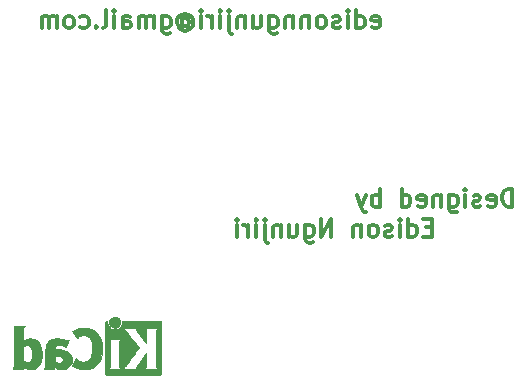
<source format=gbr>
%TF.GenerationSoftware,KiCad,Pcbnew,(5.1.6)-1*%
%TF.CreationDate,2021-10-30T11:54:59+03:00*%
%TF.ProjectId,POWER_SUPPLY,504f5745-525f-4535-9550-504c592e6b69,rev?*%
%TF.SameCoordinates,Original*%
%TF.FileFunction,Legend,Bot*%
%TF.FilePolarity,Positive*%
%FSLAX46Y46*%
G04 Gerber Fmt 4.6, Leading zero omitted, Abs format (unit mm)*
G04 Created by KiCad (PCBNEW (5.1.6)-1) date 2021-10-30 11:54:59*
%MOMM*%
%LPD*%
G01*
G04 APERTURE LIST*
%ADD10C,0.300000*%
%ADD11C,0.010000*%
G04 APERTURE END LIST*
D10*
X90993785Y-88199042D02*
X91136642Y-88270471D01*
X91422357Y-88270471D01*
X91565214Y-88199042D01*
X91636642Y-88056185D01*
X91636642Y-87484757D01*
X91565214Y-87341900D01*
X91422357Y-87270471D01*
X91136642Y-87270471D01*
X90993785Y-87341900D01*
X90922357Y-87484757D01*
X90922357Y-87627614D01*
X91636642Y-87770471D01*
X89636642Y-88270471D02*
X89636642Y-86770471D01*
X89636642Y-88199042D02*
X89779500Y-88270471D01*
X90065214Y-88270471D01*
X90208071Y-88199042D01*
X90279500Y-88127614D01*
X90350928Y-87984757D01*
X90350928Y-87556185D01*
X90279500Y-87413328D01*
X90208071Y-87341900D01*
X90065214Y-87270471D01*
X89779500Y-87270471D01*
X89636642Y-87341900D01*
X88922357Y-88270471D02*
X88922357Y-87270471D01*
X88922357Y-86770471D02*
X88993785Y-86841900D01*
X88922357Y-86913328D01*
X88850928Y-86841900D01*
X88922357Y-86770471D01*
X88922357Y-86913328D01*
X88279500Y-88199042D02*
X88136642Y-88270471D01*
X87850928Y-88270471D01*
X87708071Y-88199042D01*
X87636642Y-88056185D01*
X87636642Y-87984757D01*
X87708071Y-87841900D01*
X87850928Y-87770471D01*
X88065214Y-87770471D01*
X88208071Y-87699042D01*
X88279500Y-87556185D01*
X88279500Y-87484757D01*
X88208071Y-87341900D01*
X88065214Y-87270471D01*
X87850928Y-87270471D01*
X87708071Y-87341900D01*
X86779500Y-88270471D02*
X86922357Y-88199042D01*
X86993785Y-88127614D01*
X87065214Y-87984757D01*
X87065214Y-87556185D01*
X86993785Y-87413328D01*
X86922357Y-87341900D01*
X86779500Y-87270471D01*
X86565214Y-87270471D01*
X86422357Y-87341900D01*
X86350928Y-87413328D01*
X86279500Y-87556185D01*
X86279500Y-87984757D01*
X86350928Y-88127614D01*
X86422357Y-88199042D01*
X86565214Y-88270471D01*
X86779500Y-88270471D01*
X85636642Y-87270471D02*
X85636642Y-88270471D01*
X85636642Y-87413328D02*
X85565214Y-87341900D01*
X85422357Y-87270471D01*
X85208071Y-87270471D01*
X85065214Y-87341900D01*
X84993785Y-87484757D01*
X84993785Y-88270471D01*
X84279500Y-87270471D02*
X84279500Y-88270471D01*
X84279500Y-87413328D02*
X84208071Y-87341900D01*
X84065214Y-87270471D01*
X83850928Y-87270471D01*
X83708071Y-87341900D01*
X83636642Y-87484757D01*
X83636642Y-88270471D01*
X82279500Y-87270471D02*
X82279500Y-88484757D01*
X82350928Y-88627614D01*
X82422357Y-88699042D01*
X82565214Y-88770471D01*
X82779500Y-88770471D01*
X82922357Y-88699042D01*
X82279500Y-88199042D02*
X82422357Y-88270471D01*
X82708071Y-88270471D01*
X82850928Y-88199042D01*
X82922357Y-88127614D01*
X82993785Y-87984757D01*
X82993785Y-87556185D01*
X82922357Y-87413328D01*
X82850928Y-87341900D01*
X82708071Y-87270471D01*
X82422357Y-87270471D01*
X82279500Y-87341900D01*
X80922357Y-87270471D02*
X80922357Y-88270471D01*
X81565214Y-87270471D02*
X81565214Y-88056185D01*
X81493785Y-88199042D01*
X81350928Y-88270471D01*
X81136642Y-88270471D01*
X80993785Y-88199042D01*
X80922357Y-88127614D01*
X80208071Y-87270471D02*
X80208071Y-88270471D01*
X80208071Y-87413328D02*
X80136642Y-87341900D01*
X79993785Y-87270471D01*
X79779500Y-87270471D01*
X79636642Y-87341900D01*
X79565214Y-87484757D01*
X79565214Y-88270471D01*
X78850928Y-87270471D02*
X78850928Y-88556185D01*
X78922357Y-88699042D01*
X79065214Y-88770471D01*
X79136642Y-88770471D01*
X78850928Y-86770471D02*
X78922357Y-86841900D01*
X78850928Y-86913328D01*
X78779500Y-86841900D01*
X78850928Y-86770471D01*
X78850928Y-86913328D01*
X78136642Y-88270471D02*
X78136642Y-87270471D01*
X78136642Y-86770471D02*
X78208071Y-86841900D01*
X78136642Y-86913328D01*
X78065214Y-86841900D01*
X78136642Y-86770471D01*
X78136642Y-86913328D01*
X77422357Y-88270471D02*
X77422357Y-87270471D01*
X77422357Y-87556185D02*
X77350928Y-87413328D01*
X77279500Y-87341900D01*
X77136642Y-87270471D01*
X76993785Y-87270471D01*
X76493785Y-88270471D02*
X76493785Y-87270471D01*
X76493785Y-86770471D02*
X76565214Y-86841900D01*
X76493785Y-86913328D01*
X76422357Y-86841900D01*
X76493785Y-86770471D01*
X76493785Y-86913328D01*
X74850928Y-87556185D02*
X74922357Y-87484757D01*
X75065214Y-87413328D01*
X75208071Y-87413328D01*
X75350928Y-87484757D01*
X75422357Y-87556185D01*
X75493785Y-87699042D01*
X75493785Y-87841900D01*
X75422357Y-87984757D01*
X75350928Y-88056185D01*
X75208071Y-88127614D01*
X75065214Y-88127614D01*
X74922357Y-88056185D01*
X74850928Y-87984757D01*
X74850928Y-87413328D02*
X74850928Y-87984757D01*
X74779500Y-88056185D01*
X74708071Y-88056185D01*
X74565214Y-87984757D01*
X74493785Y-87841900D01*
X74493785Y-87484757D01*
X74636642Y-87270471D01*
X74850928Y-87127614D01*
X75136642Y-87056185D01*
X75422357Y-87127614D01*
X75636642Y-87270471D01*
X75779500Y-87484757D01*
X75850928Y-87770471D01*
X75779500Y-88056185D01*
X75636642Y-88270471D01*
X75422357Y-88413328D01*
X75136642Y-88484757D01*
X74850928Y-88413328D01*
X74636642Y-88270471D01*
X73208071Y-87270471D02*
X73208071Y-88484757D01*
X73279500Y-88627614D01*
X73350928Y-88699042D01*
X73493785Y-88770471D01*
X73708071Y-88770471D01*
X73850928Y-88699042D01*
X73208071Y-88199042D02*
X73350928Y-88270471D01*
X73636642Y-88270471D01*
X73779500Y-88199042D01*
X73850928Y-88127614D01*
X73922357Y-87984757D01*
X73922357Y-87556185D01*
X73850928Y-87413328D01*
X73779500Y-87341900D01*
X73636642Y-87270471D01*
X73350928Y-87270471D01*
X73208071Y-87341900D01*
X72493785Y-88270471D02*
X72493785Y-87270471D01*
X72493785Y-87413328D02*
X72422357Y-87341900D01*
X72279500Y-87270471D01*
X72065214Y-87270471D01*
X71922357Y-87341900D01*
X71850928Y-87484757D01*
X71850928Y-88270471D01*
X71850928Y-87484757D02*
X71779500Y-87341900D01*
X71636642Y-87270471D01*
X71422357Y-87270471D01*
X71279500Y-87341900D01*
X71208071Y-87484757D01*
X71208071Y-88270471D01*
X69850928Y-88270471D02*
X69850928Y-87484757D01*
X69922357Y-87341900D01*
X70065214Y-87270471D01*
X70350928Y-87270471D01*
X70493785Y-87341900D01*
X69850928Y-88199042D02*
X69993785Y-88270471D01*
X70350928Y-88270471D01*
X70493785Y-88199042D01*
X70565214Y-88056185D01*
X70565214Y-87913328D01*
X70493785Y-87770471D01*
X70350928Y-87699042D01*
X69993785Y-87699042D01*
X69850928Y-87627614D01*
X69136642Y-88270471D02*
X69136642Y-87270471D01*
X69136642Y-86770471D02*
X69208071Y-86841900D01*
X69136642Y-86913328D01*
X69065214Y-86841900D01*
X69136642Y-86770471D01*
X69136642Y-86913328D01*
X68208071Y-88270471D02*
X68350928Y-88199042D01*
X68422357Y-88056185D01*
X68422357Y-86770471D01*
X67636642Y-88127614D02*
X67565214Y-88199042D01*
X67636642Y-88270471D01*
X67708071Y-88199042D01*
X67636642Y-88127614D01*
X67636642Y-88270471D01*
X66279500Y-88199042D02*
X66422357Y-88270471D01*
X66708071Y-88270471D01*
X66850928Y-88199042D01*
X66922357Y-88127614D01*
X66993785Y-87984757D01*
X66993785Y-87556185D01*
X66922357Y-87413328D01*
X66850928Y-87341900D01*
X66708071Y-87270471D01*
X66422357Y-87270471D01*
X66279500Y-87341900D01*
X65422357Y-88270471D02*
X65565214Y-88199042D01*
X65636642Y-88127614D01*
X65708071Y-87984757D01*
X65708071Y-87556185D01*
X65636642Y-87413328D01*
X65565214Y-87341900D01*
X65422357Y-87270471D01*
X65208071Y-87270471D01*
X65065214Y-87341900D01*
X64993785Y-87413328D01*
X64922357Y-87556185D01*
X64922357Y-87984757D01*
X64993785Y-88127614D01*
X65065214Y-88199042D01*
X65208071Y-88270471D01*
X65422357Y-88270471D01*
X64279500Y-88270471D02*
X64279500Y-87270471D01*
X64279500Y-87413328D02*
X64208071Y-87341900D01*
X64065214Y-87270471D01*
X63850928Y-87270471D01*
X63708071Y-87341900D01*
X63636642Y-87484757D01*
X63636642Y-88270471D01*
X63636642Y-87484757D02*
X63565214Y-87341900D01*
X63422357Y-87270471D01*
X63208071Y-87270471D01*
X63065214Y-87341900D01*
X62993785Y-87484757D01*
X62993785Y-88270471D01*
X102854828Y-103378471D02*
X102854828Y-101878471D01*
X102497685Y-101878471D01*
X102283400Y-101949900D01*
X102140542Y-102092757D01*
X102069114Y-102235614D01*
X101997685Y-102521328D01*
X101997685Y-102735614D01*
X102069114Y-103021328D01*
X102140542Y-103164185D01*
X102283400Y-103307042D01*
X102497685Y-103378471D01*
X102854828Y-103378471D01*
X100783400Y-103307042D02*
X100926257Y-103378471D01*
X101211971Y-103378471D01*
X101354828Y-103307042D01*
X101426257Y-103164185D01*
X101426257Y-102592757D01*
X101354828Y-102449900D01*
X101211971Y-102378471D01*
X100926257Y-102378471D01*
X100783400Y-102449900D01*
X100711971Y-102592757D01*
X100711971Y-102735614D01*
X101426257Y-102878471D01*
X100140542Y-103307042D02*
X99997685Y-103378471D01*
X99711971Y-103378471D01*
X99569114Y-103307042D01*
X99497685Y-103164185D01*
X99497685Y-103092757D01*
X99569114Y-102949900D01*
X99711971Y-102878471D01*
X99926257Y-102878471D01*
X100069114Y-102807042D01*
X100140542Y-102664185D01*
X100140542Y-102592757D01*
X100069114Y-102449900D01*
X99926257Y-102378471D01*
X99711971Y-102378471D01*
X99569114Y-102449900D01*
X98854828Y-103378471D02*
X98854828Y-102378471D01*
X98854828Y-101878471D02*
X98926257Y-101949900D01*
X98854828Y-102021328D01*
X98783400Y-101949900D01*
X98854828Y-101878471D01*
X98854828Y-102021328D01*
X97497685Y-102378471D02*
X97497685Y-103592757D01*
X97569114Y-103735614D01*
X97640542Y-103807042D01*
X97783400Y-103878471D01*
X97997685Y-103878471D01*
X98140542Y-103807042D01*
X97497685Y-103307042D02*
X97640542Y-103378471D01*
X97926257Y-103378471D01*
X98069114Y-103307042D01*
X98140542Y-103235614D01*
X98211971Y-103092757D01*
X98211971Y-102664185D01*
X98140542Y-102521328D01*
X98069114Y-102449900D01*
X97926257Y-102378471D01*
X97640542Y-102378471D01*
X97497685Y-102449900D01*
X96783400Y-102378471D02*
X96783400Y-103378471D01*
X96783400Y-102521328D02*
X96711971Y-102449900D01*
X96569114Y-102378471D01*
X96354828Y-102378471D01*
X96211971Y-102449900D01*
X96140542Y-102592757D01*
X96140542Y-103378471D01*
X94854828Y-103307042D02*
X94997685Y-103378471D01*
X95283400Y-103378471D01*
X95426257Y-103307042D01*
X95497685Y-103164185D01*
X95497685Y-102592757D01*
X95426257Y-102449900D01*
X95283400Y-102378471D01*
X94997685Y-102378471D01*
X94854828Y-102449900D01*
X94783400Y-102592757D01*
X94783400Y-102735614D01*
X95497685Y-102878471D01*
X93497685Y-103378471D02*
X93497685Y-101878471D01*
X93497685Y-103307042D02*
X93640542Y-103378471D01*
X93926257Y-103378471D01*
X94069114Y-103307042D01*
X94140542Y-103235614D01*
X94211971Y-103092757D01*
X94211971Y-102664185D01*
X94140542Y-102521328D01*
X94069114Y-102449900D01*
X93926257Y-102378471D01*
X93640542Y-102378471D01*
X93497685Y-102449900D01*
X91640542Y-103378471D02*
X91640542Y-101878471D01*
X91640542Y-102449900D02*
X91497685Y-102378471D01*
X91211971Y-102378471D01*
X91069114Y-102449900D01*
X90997685Y-102521328D01*
X90926257Y-102664185D01*
X90926257Y-103092757D01*
X90997685Y-103235614D01*
X91069114Y-103307042D01*
X91211971Y-103378471D01*
X91497685Y-103378471D01*
X91640542Y-103307042D01*
X90426257Y-102378471D02*
X90069114Y-103378471D01*
X89711971Y-102378471D02*
X90069114Y-103378471D01*
X90211971Y-103735614D01*
X90283400Y-103807042D01*
X90426257Y-103878471D01*
X96033400Y-105142757D02*
X95533400Y-105142757D01*
X95319114Y-105928471D02*
X96033400Y-105928471D01*
X96033400Y-104428471D01*
X95319114Y-104428471D01*
X94033400Y-105928471D02*
X94033400Y-104428471D01*
X94033400Y-105857042D02*
X94176257Y-105928471D01*
X94461971Y-105928471D01*
X94604828Y-105857042D01*
X94676257Y-105785614D01*
X94747685Y-105642757D01*
X94747685Y-105214185D01*
X94676257Y-105071328D01*
X94604828Y-104999900D01*
X94461971Y-104928471D01*
X94176257Y-104928471D01*
X94033400Y-104999900D01*
X93319114Y-105928471D02*
X93319114Y-104928471D01*
X93319114Y-104428471D02*
X93390542Y-104499900D01*
X93319114Y-104571328D01*
X93247685Y-104499900D01*
X93319114Y-104428471D01*
X93319114Y-104571328D01*
X92676257Y-105857042D02*
X92533400Y-105928471D01*
X92247685Y-105928471D01*
X92104828Y-105857042D01*
X92033400Y-105714185D01*
X92033400Y-105642757D01*
X92104828Y-105499900D01*
X92247685Y-105428471D01*
X92461971Y-105428471D01*
X92604828Y-105357042D01*
X92676257Y-105214185D01*
X92676257Y-105142757D01*
X92604828Y-104999900D01*
X92461971Y-104928471D01*
X92247685Y-104928471D01*
X92104828Y-104999900D01*
X91176257Y-105928471D02*
X91319114Y-105857042D01*
X91390542Y-105785614D01*
X91461971Y-105642757D01*
X91461971Y-105214185D01*
X91390542Y-105071328D01*
X91319114Y-104999900D01*
X91176257Y-104928471D01*
X90961971Y-104928471D01*
X90819114Y-104999900D01*
X90747685Y-105071328D01*
X90676257Y-105214185D01*
X90676257Y-105642757D01*
X90747685Y-105785614D01*
X90819114Y-105857042D01*
X90961971Y-105928471D01*
X91176257Y-105928471D01*
X90033400Y-104928471D02*
X90033400Y-105928471D01*
X90033400Y-105071328D02*
X89961971Y-104999900D01*
X89819114Y-104928471D01*
X89604828Y-104928471D01*
X89461971Y-104999900D01*
X89390542Y-105142757D01*
X89390542Y-105928471D01*
X87533400Y-105928471D02*
X87533400Y-104428471D01*
X86676257Y-105928471D01*
X86676257Y-104428471D01*
X85319114Y-104928471D02*
X85319114Y-106142757D01*
X85390542Y-106285614D01*
X85461971Y-106357042D01*
X85604828Y-106428471D01*
X85819114Y-106428471D01*
X85961971Y-106357042D01*
X85319114Y-105857042D02*
X85461971Y-105928471D01*
X85747685Y-105928471D01*
X85890542Y-105857042D01*
X85961971Y-105785614D01*
X86033400Y-105642757D01*
X86033400Y-105214185D01*
X85961971Y-105071328D01*
X85890542Y-104999900D01*
X85747685Y-104928471D01*
X85461971Y-104928471D01*
X85319114Y-104999900D01*
X83961971Y-104928471D02*
X83961971Y-105928471D01*
X84604828Y-104928471D02*
X84604828Y-105714185D01*
X84533400Y-105857042D01*
X84390542Y-105928471D01*
X84176257Y-105928471D01*
X84033400Y-105857042D01*
X83961971Y-105785614D01*
X83247685Y-104928471D02*
X83247685Y-105928471D01*
X83247685Y-105071328D02*
X83176257Y-104999900D01*
X83033400Y-104928471D01*
X82819114Y-104928471D01*
X82676257Y-104999900D01*
X82604828Y-105142757D01*
X82604828Y-105928471D01*
X81890542Y-104928471D02*
X81890542Y-106214185D01*
X81961971Y-106357042D01*
X82104828Y-106428471D01*
X82176257Y-106428471D01*
X81890542Y-104428471D02*
X81961971Y-104499900D01*
X81890542Y-104571328D01*
X81819114Y-104499900D01*
X81890542Y-104428471D01*
X81890542Y-104571328D01*
X81176257Y-105928471D02*
X81176257Y-104928471D01*
X81176257Y-104428471D02*
X81247685Y-104499900D01*
X81176257Y-104571328D01*
X81104828Y-104499900D01*
X81176257Y-104428471D01*
X81176257Y-104571328D01*
X80461971Y-105928471D02*
X80461971Y-104928471D01*
X80461971Y-105214185D02*
X80390542Y-105071328D01*
X80319114Y-104999900D01*
X80176257Y-104928471D01*
X80033400Y-104928471D01*
X79533400Y-105928471D02*
X79533400Y-104928471D01*
X79533400Y-104428471D02*
X79604828Y-104499900D01*
X79533400Y-104571328D01*
X79461971Y-104499900D01*
X79533400Y-104428471D01*
X79533400Y-104571328D01*
D11*
%TO.C,REF\u002A\u002A*%
G36*
X69773800Y-113173354D02*
G01*
X69762935Y-113287293D01*
X69731318Y-113394916D01*
X69680415Y-113493915D01*
X69611693Y-113581984D01*
X69526619Y-113656816D01*
X69429632Y-113714684D01*
X69323364Y-113754305D01*
X69216350Y-113772873D01*
X69110700Y-113771734D01*
X69008525Y-113752230D01*
X68911934Y-113715706D01*
X68823038Y-113663505D01*
X68743946Y-113596973D01*
X68676769Y-113517452D01*
X68623617Y-113426287D01*
X68586599Y-113324823D01*
X68567827Y-113214402D01*
X68565889Y-113164506D01*
X68565889Y-113076567D01*
X68513960Y-113076567D01*
X68477653Y-113079411D01*
X68450755Y-113091211D01*
X68423649Y-113114949D01*
X68385267Y-113153331D01*
X68385267Y-115344902D01*
X68385276Y-115607039D01*
X68385308Y-115847541D01*
X68385372Y-116067348D01*
X68385476Y-116267401D01*
X68385627Y-116448644D01*
X68385834Y-116612016D01*
X68386106Y-116758460D01*
X68386450Y-116888917D01*
X68386874Y-117004329D01*
X68387387Y-117105638D01*
X68387997Y-117193784D01*
X68388712Y-117269710D01*
X68389540Y-117334357D01*
X68390489Y-117388667D01*
X68391567Y-117433580D01*
X68392783Y-117470040D01*
X68394145Y-117498987D01*
X68395661Y-117521363D01*
X68397338Y-117538109D01*
X68399186Y-117550168D01*
X68401213Y-117558480D01*
X68403425Y-117563987D01*
X68404508Y-117565837D01*
X68408671Y-117572849D01*
X68412205Y-117579296D01*
X68416035Y-117585200D01*
X68421082Y-117590586D01*
X68428271Y-117595478D01*
X68438523Y-117599898D01*
X68452764Y-117603872D01*
X68471914Y-117607421D01*
X68496899Y-117610570D01*
X68528640Y-117613342D01*
X68568062Y-117615761D01*
X68616086Y-117617851D01*
X68673637Y-117619635D01*
X68741637Y-117621137D01*
X68821010Y-117622380D01*
X68912679Y-117623389D01*
X69017566Y-117624185D01*
X69136596Y-117624794D01*
X69270690Y-117625239D01*
X69420773Y-117625543D01*
X69587767Y-117625730D01*
X69772596Y-117625824D01*
X69976183Y-117625848D01*
X70199450Y-117625825D01*
X70443322Y-117625780D01*
X70708721Y-117625737D01*
X70747104Y-117625732D01*
X71014082Y-117625689D01*
X71259402Y-117625618D01*
X71483983Y-117625513D01*
X71688745Y-117625366D01*
X71874606Y-117625169D01*
X72042488Y-117624916D01*
X72193308Y-117624600D01*
X72327987Y-117624213D01*
X72447444Y-117623747D01*
X72552599Y-117623197D01*
X72644371Y-117622553D01*
X72723679Y-117621811D01*
X72791443Y-117620961D01*
X72848582Y-117619997D01*
X72896017Y-117618911D01*
X72934666Y-117617697D01*
X72965449Y-117616347D01*
X72989285Y-117614855D01*
X73007094Y-117613211D01*
X73019795Y-117611411D01*
X73028308Y-117609445D01*
X73032666Y-117607777D01*
X73041128Y-117604206D01*
X73048897Y-117601570D01*
X73056002Y-117598934D01*
X73062473Y-117595362D01*
X73068339Y-117589921D01*
X73073629Y-117581675D01*
X73078374Y-117569690D01*
X73082602Y-117553031D01*
X73086343Y-117530763D01*
X73089627Y-117501952D01*
X73092483Y-117465663D01*
X73094940Y-117420961D01*
X73097029Y-117366911D01*
X73098778Y-117302579D01*
X73100217Y-117227030D01*
X73101376Y-117139330D01*
X73102283Y-117038543D01*
X73102969Y-116923734D01*
X73103463Y-116793970D01*
X73103795Y-116648315D01*
X73103993Y-116485835D01*
X73104087Y-116305595D01*
X73104108Y-116106660D01*
X73104085Y-115888096D01*
X73104046Y-115648968D01*
X73104022Y-115388340D01*
X73104022Y-115346189D01*
X73104036Y-115083292D01*
X73104061Y-114842032D01*
X73104071Y-114621465D01*
X73104042Y-114420652D01*
X73103948Y-114238649D01*
X73103762Y-114074516D01*
X73103459Y-113927311D01*
X73103014Y-113796092D01*
X73102434Y-113686167D01*
X72799597Y-113686167D01*
X72759807Y-113744011D01*
X72748636Y-113759779D01*
X72738566Y-113773741D01*
X72729538Y-113787084D01*
X72721497Y-113800993D01*
X72714386Y-113816656D01*
X72708147Y-113835258D01*
X72702725Y-113857986D01*
X72698062Y-113886027D01*
X72694101Y-113920567D01*
X72690785Y-113962792D01*
X72688059Y-114013889D01*
X72685864Y-114075044D01*
X72684145Y-114147444D01*
X72682844Y-114232275D01*
X72681905Y-114330722D01*
X72681270Y-114443974D01*
X72680884Y-114573216D01*
X72680688Y-114719634D01*
X72680627Y-114884416D01*
X72680643Y-115068747D01*
X72680680Y-115273813D01*
X72680689Y-115396433D01*
X72680665Y-115613382D01*
X72680631Y-115808942D01*
X72680643Y-115984299D01*
X72680758Y-116140641D01*
X72681030Y-116279157D01*
X72681518Y-116401034D01*
X72682276Y-116507460D01*
X72683362Y-116599622D01*
X72684831Y-116678709D01*
X72686740Y-116745908D01*
X72689144Y-116802407D01*
X72692101Y-116849393D01*
X72695666Y-116888055D01*
X72699895Y-116919580D01*
X72704846Y-116945155D01*
X72710573Y-116965970D01*
X72717133Y-116983211D01*
X72724583Y-116998065D01*
X72732979Y-117011722D01*
X72742376Y-117025369D01*
X72752832Y-117040193D01*
X72758923Y-117049083D01*
X72797696Y-117106700D01*
X72266132Y-117106700D01*
X72142883Y-117106665D01*
X72040387Y-117106515D01*
X71956820Y-117106178D01*
X71890356Y-117105586D01*
X71839171Y-117104667D01*
X71801441Y-117103351D01*
X71775340Y-117101569D01*
X71759044Y-117099251D01*
X71750728Y-117096326D01*
X71748568Y-117092724D01*
X71750739Y-117088375D01*
X71751935Y-117086945D01*
X71777085Y-117049873D01*
X71802983Y-116997072D01*
X71826592Y-116935070D01*
X71834861Y-116908657D01*
X71839478Y-116890716D01*
X71843379Y-116869655D01*
X71846648Y-116843389D01*
X71849366Y-116809832D01*
X71851615Y-116766899D01*
X71853477Y-116712504D01*
X71855036Y-116644562D01*
X71856372Y-116560988D01*
X71857569Y-116459695D01*
X71858708Y-116338600D01*
X71859085Y-116293900D01*
X71860102Y-116168749D01*
X71860860Y-116064382D01*
X71861303Y-115979007D01*
X71861370Y-115910833D01*
X71861005Y-115858065D01*
X71860148Y-115818914D01*
X71858741Y-115791585D01*
X71856725Y-115774286D01*
X71854043Y-115765226D01*
X71850636Y-115762612D01*
X71846444Y-115764651D01*
X71841971Y-115768967D01*
X71831616Y-115781902D01*
X71809558Y-115810976D01*
X71777357Y-115854059D01*
X71736574Y-115909018D01*
X71688770Y-115973723D01*
X71635505Y-116046042D01*
X71578340Y-116123844D01*
X71518837Y-116204998D01*
X71458555Y-116287372D01*
X71399055Y-116368836D01*
X71341898Y-116447257D01*
X71288645Y-116520504D01*
X71240857Y-116586447D01*
X71200093Y-116642954D01*
X71167916Y-116687893D01*
X71145885Y-116719134D01*
X71141317Y-116725766D01*
X71118396Y-116762669D01*
X71091588Y-116810659D01*
X71066189Y-116860197D01*
X71062968Y-116866877D01*
X71041290Y-116915072D01*
X71028704Y-116952634D01*
X71022974Y-116988460D01*
X71021856Y-117030500D01*
X71022490Y-117106700D01*
X69868051Y-117106700D01*
X69959215Y-117012969D01*
X70006012Y-116963075D01*
X70056299Y-116906595D01*
X70102344Y-116852326D01*
X70122769Y-116826973D01*
X70153207Y-116787428D01*
X70193262Y-116734216D01*
X70241761Y-116668967D01*
X70297535Y-116593311D01*
X70359411Y-116508877D01*
X70426219Y-116417294D01*
X70496787Y-116320192D01*
X70569945Y-116219201D01*
X70644521Y-116115950D01*
X70719344Y-116012068D01*
X70793243Y-115909185D01*
X70865046Y-115808931D01*
X70933584Y-115712936D01*
X70997684Y-115622827D01*
X71056175Y-115540236D01*
X71107886Y-115466792D01*
X71151647Y-115404124D01*
X71186285Y-115353861D01*
X71210630Y-115317634D01*
X71223511Y-115297071D01*
X71225269Y-115292968D01*
X71217310Y-115281642D01*
X71196515Y-115254462D01*
X71164247Y-115213129D01*
X71121870Y-115159344D01*
X71070747Y-115094806D01*
X71012241Y-115021218D01*
X70947714Y-114940278D01*
X70878531Y-114853688D01*
X70806053Y-114763148D01*
X70731646Y-114670360D01*
X70671917Y-114596002D01*
X69660911Y-114596002D01*
X69655002Y-114608959D01*
X69640672Y-114631208D01*
X69639625Y-114632691D01*
X69620838Y-114662844D01*
X69601191Y-114699675D01*
X69597292Y-114707811D01*
X69593756Y-114716240D01*
X69590630Y-114726359D01*
X69587886Y-114739560D01*
X69585492Y-114757238D01*
X69583419Y-114780784D01*
X69581635Y-114811593D01*
X69580112Y-114851057D01*
X69578819Y-114900569D01*
X69577726Y-114961523D01*
X69576803Y-115035311D01*
X69576019Y-115123328D01*
X69575345Y-115226965D01*
X69574750Y-115347616D01*
X69574205Y-115486674D01*
X69573679Y-115645532D01*
X69573145Y-115824389D01*
X69572606Y-116009507D01*
X69572172Y-116173445D01*
X69571909Y-116317603D01*
X69571884Y-116443379D01*
X69572165Y-116552171D01*
X69572819Y-116645377D01*
X69573914Y-116724397D01*
X69575518Y-116790628D01*
X69577697Y-116845470D01*
X69580519Y-116890321D01*
X69584051Y-116926578D01*
X69588361Y-116955641D01*
X69593517Y-116978909D01*
X69599585Y-116997779D01*
X69606633Y-117013651D01*
X69614729Y-117027922D01*
X69623940Y-117041991D01*
X69632440Y-117054458D01*
X69649576Y-117080752D01*
X69659722Y-117098337D01*
X69660911Y-117101557D01*
X69650004Y-117102634D01*
X69618811Y-117103635D01*
X69569623Y-117104535D01*
X69504733Y-117105310D01*
X69426430Y-117105937D01*
X69337007Y-117106391D01*
X69238756Y-117106649D01*
X69169845Y-117106700D01*
X69064852Y-117106480D01*
X68968010Y-117105848D01*
X68881507Y-117104849D01*
X68807532Y-117103527D01*
X68748274Y-117101926D01*
X68705920Y-117100091D01*
X68682660Y-117098065D01*
X68678778Y-117096793D01*
X68686476Y-117081891D01*
X68694474Y-117073860D01*
X68707646Y-117056734D01*
X68724885Y-117026483D01*
X68736807Y-117001922D01*
X68763445Y-116943011D01*
X68766520Y-115766145D01*
X68769595Y-114589278D01*
X69215253Y-114589278D01*
X69313070Y-114589442D01*
X69403464Y-114589911D01*
X69484030Y-114590647D01*
X69552362Y-114591616D01*
X69606056Y-114592780D01*
X69642705Y-114594103D01*
X69659904Y-114595549D01*
X69660911Y-114596002D01*
X70671917Y-114596002D01*
X70656670Y-114577022D01*
X70582490Y-114484837D01*
X70510469Y-114395504D01*
X70441969Y-114310724D01*
X70378355Y-114232198D01*
X70320988Y-114161626D01*
X70271233Y-114100709D01*
X70230452Y-114051147D01*
X70213288Y-114030478D01*
X70126996Y-113929816D01*
X70050397Y-113846559D01*
X69981583Y-113778738D01*
X69918648Y-113724389D01*
X69909267Y-113717022D01*
X69869756Y-113686417D01*
X71001516Y-113686167D01*
X70996227Y-113734144D01*
X70999530Y-113791488D01*
X71021061Y-113859763D01*
X71061035Y-113939512D01*
X71106343Y-114011795D01*
X71122561Y-114034440D01*
X71150614Y-114071996D01*
X71188830Y-114122321D01*
X71235537Y-114183273D01*
X71289061Y-114252711D01*
X71347731Y-114328494D01*
X71409875Y-114408480D01*
X71473821Y-114490528D01*
X71537895Y-114572496D01*
X71600427Y-114652243D01*
X71659743Y-114727627D01*
X71714171Y-114796507D01*
X71762039Y-114856742D01*
X71801675Y-114906189D01*
X71831406Y-114942708D01*
X71849561Y-114964158D01*
X71852620Y-114967456D01*
X71855479Y-114959449D01*
X71857693Y-114929155D01*
X71859257Y-114876856D01*
X71860167Y-114802831D01*
X71860420Y-114707363D01*
X71860013Y-114590734D01*
X71859104Y-114470745D01*
X71857782Y-114338633D01*
X71856257Y-114226894D01*
X71854281Y-114133325D01*
X71851606Y-114055719D01*
X71847982Y-113991874D01*
X71843161Y-113939583D01*
X71836894Y-113896644D01*
X71828932Y-113860851D01*
X71819027Y-113830000D01*
X71806931Y-113801886D01*
X71792393Y-113774305D01*
X71777711Y-113749266D01*
X71739714Y-113686167D01*
X72799597Y-113686167D01*
X73102434Y-113686167D01*
X73102401Y-113679917D01*
X73101595Y-113577844D01*
X73100570Y-113488933D01*
X73099300Y-113412241D01*
X73097760Y-113346827D01*
X73095924Y-113291749D01*
X73093767Y-113246065D01*
X73091263Y-113208834D01*
X73088387Y-113179113D01*
X73085113Y-113155962D01*
X73081415Y-113138439D01*
X73077269Y-113125601D01*
X73072647Y-113116508D01*
X73067526Y-113110218D01*
X73061878Y-113105788D01*
X73055679Y-113102278D01*
X73048904Y-113098745D01*
X73042908Y-113095176D01*
X73037675Y-113092600D01*
X73029499Y-113090272D01*
X73017286Y-113088178D01*
X72999941Y-113086307D01*
X72976369Y-113084647D01*
X72945477Y-113083184D01*
X72906168Y-113081908D01*
X72857350Y-113080804D01*
X72797927Y-113079861D01*
X72726804Y-113079067D01*
X72642888Y-113078409D01*
X72545083Y-113077875D01*
X72432294Y-113077453D01*
X72303429Y-113077129D01*
X72157391Y-113076892D01*
X71993086Y-113076730D01*
X71809420Y-113076630D01*
X71605297Y-113076580D01*
X71394153Y-113076567D01*
X69773800Y-113076567D01*
X69773800Y-113173354D01*
G37*
X69773800Y-113173354D02*
X69762935Y-113287293D01*
X69731318Y-113394916D01*
X69680415Y-113493915D01*
X69611693Y-113581984D01*
X69526619Y-113656816D01*
X69429632Y-113714684D01*
X69323364Y-113754305D01*
X69216350Y-113772873D01*
X69110700Y-113771734D01*
X69008525Y-113752230D01*
X68911934Y-113715706D01*
X68823038Y-113663505D01*
X68743946Y-113596973D01*
X68676769Y-113517452D01*
X68623617Y-113426287D01*
X68586599Y-113324823D01*
X68567827Y-113214402D01*
X68565889Y-113164506D01*
X68565889Y-113076567D01*
X68513960Y-113076567D01*
X68477653Y-113079411D01*
X68450755Y-113091211D01*
X68423649Y-113114949D01*
X68385267Y-113153331D01*
X68385267Y-115344902D01*
X68385276Y-115607039D01*
X68385308Y-115847541D01*
X68385372Y-116067348D01*
X68385476Y-116267401D01*
X68385627Y-116448644D01*
X68385834Y-116612016D01*
X68386106Y-116758460D01*
X68386450Y-116888917D01*
X68386874Y-117004329D01*
X68387387Y-117105638D01*
X68387997Y-117193784D01*
X68388712Y-117269710D01*
X68389540Y-117334357D01*
X68390489Y-117388667D01*
X68391567Y-117433580D01*
X68392783Y-117470040D01*
X68394145Y-117498987D01*
X68395661Y-117521363D01*
X68397338Y-117538109D01*
X68399186Y-117550168D01*
X68401213Y-117558480D01*
X68403425Y-117563987D01*
X68404508Y-117565837D01*
X68408671Y-117572849D01*
X68412205Y-117579296D01*
X68416035Y-117585200D01*
X68421082Y-117590586D01*
X68428271Y-117595478D01*
X68438523Y-117599898D01*
X68452764Y-117603872D01*
X68471914Y-117607421D01*
X68496899Y-117610570D01*
X68528640Y-117613342D01*
X68568062Y-117615761D01*
X68616086Y-117617851D01*
X68673637Y-117619635D01*
X68741637Y-117621137D01*
X68821010Y-117622380D01*
X68912679Y-117623389D01*
X69017566Y-117624185D01*
X69136596Y-117624794D01*
X69270690Y-117625239D01*
X69420773Y-117625543D01*
X69587767Y-117625730D01*
X69772596Y-117625824D01*
X69976183Y-117625848D01*
X70199450Y-117625825D01*
X70443322Y-117625780D01*
X70708721Y-117625737D01*
X70747104Y-117625732D01*
X71014082Y-117625689D01*
X71259402Y-117625618D01*
X71483983Y-117625513D01*
X71688745Y-117625366D01*
X71874606Y-117625169D01*
X72042488Y-117624916D01*
X72193308Y-117624600D01*
X72327987Y-117624213D01*
X72447444Y-117623747D01*
X72552599Y-117623197D01*
X72644371Y-117622553D01*
X72723679Y-117621811D01*
X72791443Y-117620961D01*
X72848582Y-117619997D01*
X72896017Y-117618911D01*
X72934666Y-117617697D01*
X72965449Y-117616347D01*
X72989285Y-117614855D01*
X73007094Y-117613211D01*
X73019795Y-117611411D01*
X73028308Y-117609445D01*
X73032666Y-117607777D01*
X73041128Y-117604206D01*
X73048897Y-117601570D01*
X73056002Y-117598934D01*
X73062473Y-117595362D01*
X73068339Y-117589921D01*
X73073629Y-117581675D01*
X73078374Y-117569690D01*
X73082602Y-117553031D01*
X73086343Y-117530763D01*
X73089627Y-117501952D01*
X73092483Y-117465663D01*
X73094940Y-117420961D01*
X73097029Y-117366911D01*
X73098778Y-117302579D01*
X73100217Y-117227030D01*
X73101376Y-117139330D01*
X73102283Y-117038543D01*
X73102969Y-116923734D01*
X73103463Y-116793970D01*
X73103795Y-116648315D01*
X73103993Y-116485835D01*
X73104087Y-116305595D01*
X73104108Y-116106660D01*
X73104085Y-115888096D01*
X73104046Y-115648968D01*
X73104022Y-115388340D01*
X73104022Y-115346189D01*
X73104036Y-115083292D01*
X73104061Y-114842032D01*
X73104071Y-114621465D01*
X73104042Y-114420652D01*
X73103948Y-114238649D01*
X73103762Y-114074516D01*
X73103459Y-113927311D01*
X73103014Y-113796092D01*
X73102434Y-113686167D01*
X72799597Y-113686167D01*
X72759807Y-113744011D01*
X72748636Y-113759779D01*
X72738566Y-113773741D01*
X72729538Y-113787084D01*
X72721497Y-113800993D01*
X72714386Y-113816656D01*
X72708147Y-113835258D01*
X72702725Y-113857986D01*
X72698062Y-113886027D01*
X72694101Y-113920567D01*
X72690785Y-113962792D01*
X72688059Y-114013889D01*
X72685864Y-114075044D01*
X72684145Y-114147444D01*
X72682844Y-114232275D01*
X72681905Y-114330722D01*
X72681270Y-114443974D01*
X72680884Y-114573216D01*
X72680688Y-114719634D01*
X72680627Y-114884416D01*
X72680643Y-115068747D01*
X72680680Y-115273813D01*
X72680689Y-115396433D01*
X72680665Y-115613382D01*
X72680631Y-115808942D01*
X72680643Y-115984299D01*
X72680758Y-116140641D01*
X72681030Y-116279157D01*
X72681518Y-116401034D01*
X72682276Y-116507460D01*
X72683362Y-116599622D01*
X72684831Y-116678709D01*
X72686740Y-116745908D01*
X72689144Y-116802407D01*
X72692101Y-116849393D01*
X72695666Y-116888055D01*
X72699895Y-116919580D01*
X72704846Y-116945155D01*
X72710573Y-116965970D01*
X72717133Y-116983211D01*
X72724583Y-116998065D01*
X72732979Y-117011722D01*
X72742376Y-117025369D01*
X72752832Y-117040193D01*
X72758923Y-117049083D01*
X72797696Y-117106700D01*
X72266132Y-117106700D01*
X72142883Y-117106665D01*
X72040387Y-117106515D01*
X71956820Y-117106178D01*
X71890356Y-117105586D01*
X71839171Y-117104667D01*
X71801441Y-117103351D01*
X71775340Y-117101569D01*
X71759044Y-117099251D01*
X71750728Y-117096326D01*
X71748568Y-117092724D01*
X71750739Y-117088375D01*
X71751935Y-117086945D01*
X71777085Y-117049873D01*
X71802983Y-116997072D01*
X71826592Y-116935070D01*
X71834861Y-116908657D01*
X71839478Y-116890716D01*
X71843379Y-116869655D01*
X71846648Y-116843389D01*
X71849366Y-116809832D01*
X71851615Y-116766899D01*
X71853477Y-116712504D01*
X71855036Y-116644562D01*
X71856372Y-116560988D01*
X71857569Y-116459695D01*
X71858708Y-116338600D01*
X71859085Y-116293900D01*
X71860102Y-116168749D01*
X71860860Y-116064382D01*
X71861303Y-115979007D01*
X71861370Y-115910833D01*
X71861005Y-115858065D01*
X71860148Y-115818914D01*
X71858741Y-115791585D01*
X71856725Y-115774286D01*
X71854043Y-115765226D01*
X71850636Y-115762612D01*
X71846444Y-115764651D01*
X71841971Y-115768967D01*
X71831616Y-115781902D01*
X71809558Y-115810976D01*
X71777357Y-115854059D01*
X71736574Y-115909018D01*
X71688770Y-115973723D01*
X71635505Y-116046042D01*
X71578340Y-116123844D01*
X71518837Y-116204998D01*
X71458555Y-116287372D01*
X71399055Y-116368836D01*
X71341898Y-116447257D01*
X71288645Y-116520504D01*
X71240857Y-116586447D01*
X71200093Y-116642954D01*
X71167916Y-116687893D01*
X71145885Y-116719134D01*
X71141317Y-116725766D01*
X71118396Y-116762669D01*
X71091588Y-116810659D01*
X71066189Y-116860197D01*
X71062968Y-116866877D01*
X71041290Y-116915072D01*
X71028704Y-116952634D01*
X71022974Y-116988460D01*
X71021856Y-117030500D01*
X71022490Y-117106700D01*
X69868051Y-117106700D01*
X69959215Y-117012969D01*
X70006012Y-116963075D01*
X70056299Y-116906595D01*
X70102344Y-116852326D01*
X70122769Y-116826973D01*
X70153207Y-116787428D01*
X70193262Y-116734216D01*
X70241761Y-116668967D01*
X70297535Y-116593311D01*
X70359411Y-116508877D01*
X70426219Y-116417294D01*
X70496787Y-116320192D01*
X70569945Y-116219201D01*
X70644521Y-116115950D01*
X70719344Y-116012068D01*
X70793243Y-115909185D01*
X70865046Y-115808931D01*
X70933584Y-115712936D01*
X70997684Y-115622827D01*
X71056175Y-115540236D01*
X71107886Y-115466792D01*
X71151647Y-115404124D01*
X71186285Y-115353861D01*
X71210630Y-115317634D01*
X71223511Y-115297071D01*
X71225269Y-115292968D01*
X71217310Y-115281642D01*
X71196515Y-115254462D01*
X71164247Y-115213129D01*
X71121870Y-115159344D01*
X71070747Y-115094806D01*
X71012241Y-115021218D01*
X70947714Y-114940278D01*
X70878531Y-114853688D01*
X70806053Y-114763148D01*
X70731646Y-114670360D01*
X70671917Y-114596002D01*
X69660911Y-114596002D01*
X69655002Y-114608959D01*
X69640672Y-114631208D01*
X69639625Y-114632691D01*
X69620838Y-114662844D01*
X69601191Y-114699675D01*
X69597292Y-114707811D01*
X69593756Y-114716240D01*
X69590630Y-114726359D01*
X69587886Y-114739560D01*
X69585492Y-114757238D01*
X69583419Y-114780784D01*
X69581635Y-114811593D01*
X69580112Y-114851057D01*
X69578819Y-114900569D01*
X69577726Y-114961523D01*
X69576803Y-115035311D01*
X69576019Y-115123328D01*
X69575345Y-115226965D01*
X69574750Y-115347616D01*
X69574205Y-115486674D01*
X69573679Y-115645532D01*
X69573145Y-115824389D01*
X69572606Y-116009507D01*
X69572172Y-116173445D01*
X69571909Y-116317603D01*
X69571884Y-116443379D01*
X69572165Y-116552171D01*
X69572819Y-116645377D01*
X69573914Y-116724397D01*
X69575518Y-116790628D01*
X69577697Y-116845470D01*
X69580519Y-116890321D01*
X69584051Y-116926578D01*
X69588361Y-116955641D01*
X69593517Y-116978909D01*
X69599585Y-116997779D01*
X69606633Y-117013651D01*
X69614729Y-117027922D01*
X69623940Y-117041991D01*
X69632440Y-117054458D01*
X69649576Y-117080752D01*
X69659722Y-117098337D01*
X69660911Y-117101557D01*
X69650004Y-117102634D01*
X69618811Y-117103635D01*
X69569623Y-117104535D01*
X69504733Y-117105310D01*
X69426430Y-117105937D01*
X69337007Y-117106391D01*
X69238756Y-117106649D01*
X69169845Y-117106700D01*
X69064852Y-117106480D01*
X68968010Y-117105848D01*
X68881507Y-117104849D01*
X68807532Y-117103527D01*
X68748274Y-117101926D01*
X68705920Y-117100091D01*
X68682660Y-117098065D01*
X68678778Y-117096793D01*
X68686476Y-117081891D01*
X68694474Y-117073860D01*
X68707646Y-117056734D01*
X68724885Y-117026483D01*
X68736807Y-117001922D01*
X68763445Y-116943011D01*
X68766520Y-115766145D01*
X68769595Y-114589278D01*
X69215253Y-114589278D01*
X69313070Y-114589442D01*
X69403464Y-114589911D01*
X69484030Y-114590647D01*
X69552362Y-114591616D01*
X69606056Y-114592780D01*
X69642705Y-114594103D01*
X69659904Y-114595549D01*
X69660911Y-114596002D01*
X70671917Y-114596002D01*
X70656670Y-114577022D01*
X70582490Y-114484837D01*
X70510469Y-114395504D01*
X70441969Y-114310724D01*
X70378355Y-114232198D01*
X70320988Y-114161626D01*
X70271233Y-114100709D01*
X70230452Y-114051147D01*
X70213288Y-114030478D01*
X70126996Y-113929816D01*
X70050397Y-113846559D01*
X69981583Y-113778738D01*
X69918648Y-113724389D01*
X69909267Y-113717022D01*
X69869756Y-113686417D01*
X71001516Y-113686167D01*
X70996227Y-113734144D01*
X70999530Y-113791488D01*
X71021061Y-113859763D01*
X71061035Y-113939512D01*
X71106343Y-114011795D01*
X71122561Y-114034440D01*
X71150614Y-114071996D01*
X71188830Y-114122321D01*
X71235537Y-114183273D01*
X71289061Y-114252711D01*
X71347731Y-114328494D01*
X71409875Y-114408480D01*
X71473821Y-114490528D01*
X71537895Y-114572496D01*
X71600427Y-114652243D01*
X71659743Y-114727627D01*
X71714171Y-114796507D01*
X71762039Y-114856742D01*
X71801675Y-114906189D01*
X71831406Y-114942708D01*
X71849561Y-114964158D01*
X71852620Y-114967456D01*
X71855479Y-114959449D01*
X71857693Y-114929155D01*
X71859257Y-114876856D01*
X71860167Y-114802831D01*
X71860420Y-114707363D01*
X71860013Y-114590734D01*
X71859104Y-114470745D01*
X71857782Y-114338633D01*
X71856257Y-114226894D01*
X71854281Y-114133325D01*
X71851606Y-114055719D01*
X71847982Y-113991874D01*
X71843161Y-113939583D01*
X71836894Y-113896644D01*
X71828932Y-113860851D01*
X71819027Y-113830000D01*
X71806931Y-113801886D01*
X71792393Y-113774305D01*
X71777711Y-113749266D01*
X71739714Y-113686167D01*
X72799597Y-113686167D01*
X73102434Y-113686167D01*
X73102401Y-113679917D01*
X73101595Y-113577844D01*
X73100570Y-113488933D01*
X73099300Y-113412241D01*
X73097760Y-113346827D01*
X73095924Y-113291749D01*
X73093767Y-113246065D01*
X73091263Y-113208834D01*
X73088387Y-113179113D01*
X73085113Y-113155962D01*
X73081415Y-113138439D01*
X73077269Y-113125601D01*
X73072647Y-113116508D01*
X73067526Y-113110218D01*
X73061878Y-113105788D01*
X73055679Y-113102278D01*
X73048904Y-113098745D01*
X73042908Y-113095176D01*
X73037675Y-113092600D01*
X73029499Y-113090272D01*
X73017286Y-113088178D01*
X72999941Y-113086307D01*
X72976369Y-113084647D01*
X72945477Y-113083184D01*
X72906168Y-113081908D01*
X72857350Y-113080804D01*
X72797927Y-113079861D01*
X72726804Y-113079067D01*
X72642888Y-113078409D01*
X72545083Y-113077875D01*
X72432294Y-113077453D01*
X72303429Y-113077129D01*
X72157391Y-113076892D01*
X71993086Y-113076730D01*
X71809420Y-113076630D01*
X71605297Y-113076580D01*
X71394153Y-113076567D01*
X69773800Y-113076567D01*
X69773800Y-113173354D01*
G36*
X66498971Y-113633371D02*
G01*
X66338830Y-113654545D01*
X66174890Y-113694685D01*
X66005087Y-113754189D01*
X65827357Y-113833454D01*
X65816090Y-113838999D01*
X65758395Y-113867025D01*
X65706848Y-113891102D01*
X65665209Y-113909549D01*
X65637238Y-113920686D01*
X65627667Y-113923233D01*
X65608450Y-113928241D01*
X65603839Y-113932447D01*
X65608942Y-113942880D01*
X65624982Y-113969168D01*
X65650112Y-114008557D01*
X65682486Y-114058291D01*
X65720257Y-114115615D01*
X65761578Y-114177776D01*
X65804602Y-114242018D01*
X65847483Y-114305585D01*
X65888374Y-114365725D01*
X65925429Y-114419680D01*
X65956800Y-114464697D01*
X65980641Y-114498021D01*
X65995106Y-114516897D01*
X65997091Y-114519087D01*
X66007209Y-114514438D01*
X66029550Y-114497262D01*
X66060120Y-114470740D01*
X66075864Y-114456264D01*
X66172353Y-114380982D01*
X66279064Y-114325541D01*
X66394568Y-114290441D01*
X66517438Y-114276180D01*
X66586839Y-114277351D01*
X66707977Y-114294512D01*
X66817195Y-114330394D01*
X66914818Y-114385259D01*
X67001172Y-114459370D01*
X67076585Y-114552988D01*
X67141382Y-114666376D01*
X67178799Y-114752967D01*
X67222652Y-114888666D01*
X67254972Y-115036150D01*
X67275843Y-115191614D01*
X67285349Y-115351256D01*
X67283573Y-115511273D01*
X67270597Y-115667861D01*
X67246506Y-115817218D01*
X67211382Y-115955540D01*
X67165308Y-116079024D01*
X67149027Y-116113278D01*
X67080780Y-116227364D01*
X67000321Y-116323857D01*
X66908830Y-116401970D01*
X66807489Y-116460917D01*
X66697480Y-116499912D01*
X66579985Y-116518168D01*
X66538517Y-116519511D01*
X66416959Y-116508590D01*
X66296522Y-116475774D01*
X66178734Y-116421739D01*
X66065123Y-116347165D01*
X65973715Y-116268839D01*
X65927185Y-116224308D01*
X65745917Y-116521571D01*
X65700820Y-116595733D01*
X65659581Y-116663946D01*
X65623665Y-116723759D01*
X65594534Y-116772720D01*
X65573650Y-116808379D01*
X65562476Y-116828284D01*
X65561025Y-116831379D01*
X65569254Y-116841018D01*
X65594833Y-116858299D01*
X65634527Y-116881583D01*
X65685103Y-116909234D01*
X65743326Y-116939615D01*
X65805963Y-116971090D01*
X65869779Y-117002022D01*
X65931540Y-117030773D01*
X65988012Y-117055708D01*
X66035962Y-117075189D01*
X66059414Y-117083618D01*
X66193179Y-117121433D01*
X66331073Y-117146436D01*
X66478778Y-117159440D01*
X66605567Y-117161768D01*
X66673522Y-117160673D01*
X66739123Y-117158575D01*
X66796553Y-117155734D01*
X66839997Y-117152406D01*
X66854102Y-117150722D01*
X66993116Y-117121887D01*
X67134643Y-117076768D01*
X67272125Y-117018050D01*
X67399006Y-116948420D01*
X67476511Y-116895741D01*
X67603919Y-116787539D01*
X67722222Y-116660971D01*
X67829228Y-116519166D01*
X67922748Y-116365251D01*
X68000590Y-116202353D01*
X68044444Y-116085056D01*
X68094692Y-115901428D01*
X68128191Y-115706881D01*
X68144951Y-115505625D01*
X68144984Y-115301868D01*
X68128299Y-115099821D01*
X68094907Y-114903692D01*
X68044820Y-114717691D01*
X68041003Y-114706103D01*
X67978119Y-114544050D01*
X67901372Y-114396132D01*
X67808158Y-114258165D01*
X67695873Y-114125961D01*
X67652008Y-114080699D01*
X67515866Y-113956757D01*
X67375909Y-113854215D01*
X67229989Y-113771956D01*
X67075958Y-113708864D01*
X66911668Y-113663823D01*
X66816111Y-113646333D01*
X66657377Y-113630766D01*
X66498971Y-113633371D01*
G37*
X66498971Y-113633371D02*
X66338830Y-113654545D01*
X66174890Y-113694685D01*
X66005087Y-113754189D01*
X65827357Y-113833454D01*
X65816090Y-113838999D01*
X65758395Y-113867025D01*
X65706848Y-113891102D01*
X65665209Y-113909549D01*
X65637238Y-113920686D01*
X65627667Y-113923233D01*
X65608450Y-113928241D01*
X65603839Y-113932447D01*
X65608942Y-113942880D01*
X65624982Y-113969168D01*
X65650112Y-114008557D01*
X65682486Y-114058291D01*
X65720257Y-114115615D01*
X65761578Y-114177776D01*
X65804602Y-114242018D01*
X65847483Y-114305585D01*
X65888374Y-114365725D01*
X65925429Y-114419680D01*
X65956800Y-114464697D01*
X65980641Y-114498021D01*
X65995106Y-114516897D01*
X65997091Y-114519087D01*
X66007209Y-114514438D01*
X66029550Y-114497262D01*
X66060120Y-114470740D01*
X66075864Y-114456264D01*
X66172353Y-114380982D01*
X66279064Y-114325541D01*
X66394568Y-114290441D01*
X66517438Y-114276180D01*
X66586839Y-114277351D01*
X66707977Y-114294512D01*
X66817195Y-114330394D01*
X66914818Y-114385259D01*
X67001172Y-114459370D01*
X67076585Y-114552988D01*
X67141382Y-114666376D01*
X67178799Y-114752967D01*
X67222652Y-114888666D01*
X67254972Y-115036150D01*
X67275843Y-115191614D01*
X67285349Y-115351256D01*
X67283573Y-115511273D01*
X67270597Y-115667861D01*
X67246506Y-115817218D01*
X67211382Y-115955540D01*
X67165308Y-116079024D01*
X67149027Y-116113278D01*
X67080780Y-116227364D01*
X67000321Y-116323857D01*
X66908830Y-116401970D01*
X66807489Y-116460917D01*
X66697480Y-116499912D01*
X66579985Y-116518168D01*
X66538517Y-116519511D01*
X66416959Y-116508590D01*
X66296522Y-116475774D01*
X66178734Y-116421739D01*
X66065123Y-116347165D01*
X65973715Y-116268839D01*
X65927185Y-116224308D01*
X65745917Y-116521571D01*
X65700820Y-116595733D01*
X65659581Y-116663946D01*
X65623665Y-116723759D01*
X65594534Y-116772720D01*
X65573650Y-116808379D01*
X65562476Y-116828284D01*
X65561025Y-116831379D01*
X65569254Y-116841018D01*
X65594833Y-116858299D01*
X65634527Y-116881583D01*
X65685103Y-116909234D01*
X65743326Y-116939615D01*
X65805963Y-116971090D01*
X65869779Y-117002022D01*
X65931540Y-117030773D01*
X65988012Y-117055708D01*
X66035962Y-117075189D01*
X66059414Y-117083618D01*
X66193179Y-117121433D01*
X66331073Y-117146436D01*
X66478778Y-117159440D01*
X66605567Y-117161768D01*
X66673522Y-117160673D01*
X66739123Y-117158575D01*
X66796553Y-117155734D01*
X66839997Y-117152406D01*
X66854102Y-117150722D01*
X66993116Y-117121887D01*
X67134643Y-117076768D01*
X67272125Y-117018050D01*
X67399006Y-116948420D01*
X67476511Y-116895741D01*
X67603919Y-116787539D01*
X67722222Y-116660971D01*
X67829228Y-116519166D01*
X67922748Y-116365251D01*
X68000590Y-116202353D01*
X68044444Y-116085056D01*
X68094692Y-115901428D01*
X68128191Y-115706881D01*
X68144951Y-115505625D01*
X68144984Y-115301868D01*
X68128299Y-115099821D01*
X68094907Y-114903692D01*
X68044820Y-114717691D01*
X68041003Y-114706103D01*
X67978119Y-114544050D01*
X67901372Y-114396132D01*
X67808158Y-114258165D01*
X67695873Y-114125961D01*
X67652008Y-114080699D01*
X67515866Y-113956757D01*
X67375909Y-113854215D01*
X67229989Y-113771956D01*
X67075958Y-113708864D01*
X66911668Y-113663823D01*
X66816111Y-113646333D01*
X66657377Y-113630766D01*
X66498971Y-113633371D01*
G36*
X64153826Y-114550852D02*
G01*
X64001908Y-114570867D01*
X63866644Y-114604502D01*
X63747161Y-114652025D01*
X63642585Y-114713705D01*
X63564976Y-114777265D01*
X63496135Y-114851399D01*
X63442394Y-114931171D01*
X63399490Y-115023391D01*
X63384016Y-115066461D01*
X63371156Y-115105442D01*
X63359954Y-115141589D01*
X63350280Y-115176734D01*
X63342004Y-115212710D01*
X63334997Y-115251350D01*
X63329128Y-115294485D01*
X63324269Y-115343949D01*
X63320290Y-115401573D01*
X63317060Y-115469191D01*
X63314451Y-115548634D01*
X63312333Y-115641736D01*
X63310576Y-115750327D01*
X63309051Y-115876242D01*
X63307628Y-116021312D01*
X63306375Y-116164078D01*
X63305049Y-116320268D01*
X63303844Y-116455539D01*
X63302634Y-116571546D01*
X63301294Y-116669945D01*
X63299700Y-116752393D01*
X63297725Y-116820546D01*
X63295244Y-116876060D01*
X63292131Y-116920592D01*
X63288262Y-116955798D01*
X63283511Y-116983334D01*
X63277752Y-117004856D01*
X63270861Y-117022022D01*
X63262711Y-117036486D01*
X63253177Y-117049906D01*
X63242134Y-117063938D01*
X63237834Y-117069371D01*
X63222014Y-117092210D01*
X63214978Y-117107763D01*
X63214956Y-117108222D01*
X63225833Y-117110421D01*
X63256818Y-117112447D01*
X63305443Y-117114242D01*
X63369237Y-117115751D01*
X63445731Y-117116916D01*
X63532456Y-117117680D01*
X63626943Y-117117986D01*
X63637850Y-117117989D01*
X64060743Y-117117989D01*
X64064005Y-117021922D01*
X64067267Y-116925856D01*
X64129356Y-116976843D01*
X64226686Y-117044357D01*
X64336587Y-117099049D01*
X64423051Y-117129278D01*
X64492122Y-117143966D01*
X64575475Y-117153959D01*
X64665241Y-117158946D01*
X64753555Y-117158613D01*
X64832549Y-117152651D01*
X64868778Y-117146938D01*
X65008797Y-117109076D01*
X65135222Y-117054232D01*
X65247140Y-116983224D01*
X65343638Y-116896868D01*
X65423800Y-116795979D01*
X65486713Y-116681376D01*
X65531088Y-116555284D01*
X65543422Y-116498701D01*
X65551032Y-116436502D01*
X65554661Y-116361663D01*
X65555155Y-116327767D01*
X65555090Y-116324582D01*
X64795152Y-116324582D01*
X64785859Y-116399633D01*
X64757672Y-116463460D01*
X64709203Y-116519098D01*
X64704146Y-116523511D01*
X64655852Y-116558337D01*
X64604143Y-116580920D01*
X64543411Y-116592840D01*
X64468048Y-116595683D01*
X64449941Y-116595278D01*
X64396122Y-116592625D01*
X64356092Y-116587209D01*
X64321076Y-116577045D01*
X64282297Y-116560150D01*
X64271655Y-116554972D01*
X64211004Y-116519144D01*
X64164185Y-116476512D01*
X64151448Y-116461273D01*
X64106778Y-116404762D01*
X64106778Y-116208886D01*
X64107314Y-116130239D01*
X64109004Y-116072288D01*
X64111972Y-116033175D01*
X64116343Y-116011041D01*
X64120428Y-116004574D01*
X64136353Y-116001411D01*
X64170136Y-115998788D01*
X64217060Y-115996955D01*
X64272407Y-115996157D01*
X64281294Y-115996142D01*
X64402070Y-116001396D01*
X64504740Y-116017563D01*
X64591294Y-116045261D01*
X64663719Y-116085108D01*
X64718649Y-116132058D01*
X64763196Y-116189945D01*
X64787920Y-116252993D01*
X64795152Y-116324582D01*
X65555090Y-116324582D01*
X65553222Y-116234012D01*
X65544878Y-116155112D01*
X65528632Y-116083890D01*
X65502995Y-116013164D01*
X65478999Y-115960793D01*
X65420380Y-115865496D01*
X65342283Y-115777470D01*
X65247085Y-115698317D01*
X65137162Y-115629640D01*
X65014890Y-115573041D01*
X64882645Y-115530121D01*
X64817978Y-115515182D01*
X64681796Y-115493077D01*
X64533351Y-115478494D01*
X64381895Y-115472113D01*
X64255336Y-115473745D01*
X64093450Y-115480524D01*
X64100870Y-115421545D01*
X64120162Y-115322392D01*
X64151296Y-115241672D01*
X64195131Y-115178766D01*
X64252529Y-115133056D01*
X64324352Y-115103922D01*
X64411459Y-115090747D01*
X64514714Y-115092911D01*
X64552689Y-115096912D01*
X64693880Y-115122080D01*
X64830693Y-115163114D01*
X64925222Y-115201115D01*
X64970382Y-115220490D01*
X65008815Y-115236060D01*
X65035166Y-115245705D01*
X65042854Y-115247752D01*
X65052598Y-115238674D01*
X65069317Y-115209705D01*
X65093168Y-115160517D01*
X65124307Y-115090784D01*
X65162893Y-115000179D01*
X65169490Y-114984389D01*
X65199547Y-114912072D01*
X65226526Y-114846725D01*
X65249264Y-114791206D01*
X65266594Y-114748372D01*
X65277352Y-114721081D01*
X65280459Y-114712242D01*
X65270460Y-114707487D01*
X65244183Y-114702210D01*
X65215911Y-114698531D01*
X65185754Y-114693774D01*
X65137967Y-114684328D01*
X65076788Y-114671120D01*
X65006454Y-114655076D01*
X64931206Y-114637120D01*
X64902645Y-114630097D01*
X64797584Y-114604509D01*
X64709920Y-114584447D01*
X64635332Y-114569269D01*
X64569497Y-114558335D01*
X64508093Y-114551004D01*
X64446798Y-114546635D01*
X64381290Y-114544587D01*
X64323272Y-114544189D01*
X64153826Y-114550852D01*
G37*
X64153826Y-114550852D02*
X64001908Y-114570867D01*
X63866644Y-114604502D01*
X63747161Y-114652025D01*
X63642585Y-114713705D01*
X63564976Y-114777265D01*
X63496135Y-114851399D01*
X63442394Y-114931171D01*
X63399490Y-115023391D01*
X63384016Y-115066461D01*
X63371156Y-115105442D01*
X63359954Y-115141589D01*
X63350280Y-115176734D01*
X63342004Y-115212710D01*
X63334997Y-115251350D01*
X63329128Y-115294485D01*
X63324269Y-115343949D01*
X63320290Y-115401573D01*
X63317060Y-115469191D01*
X63314451Y-115548634D01*
X63312333Y-115641736D01*
X63310576Y-115750327D01*
X63309051Y-115876242D01*
X63307628Y-116021312D01*
X63306375Y-116164078D01*
X63305049Y-116320268D01*
X63303844Y-116455539D01*
X63302634Y-116571546D01*
X63301294Y-116669945D01*
X63299700Y-116752393D01*
X63297725Y-116820546D01*
X63295244Y-116876060D01*
X63292131Y-116920592D01*
X63288262Y-116955798D01*
X63283511Y-116983334D01*
X63277752Y-117004856D01*
X63270861Y-117022022D01*
X63262711Y-117036486D01*
X63253177Y-117049906D01*
X63242134Y-117063938D01*
X63237834Y-117069371D01*
X63222014Y-117092210D01*
X63214978Y-117107763D01*
X63214956Y-117108222D01*
X63225833Y-117110421D01*
X63256818Y-117112447D01*
X63305443Y-117114242D01*
X63369237Y-117115751D01*
X63445731Y-117116916D01*
X63532456Y-117117680D01*
X63626943Y-117117986D01*
X63637850Y-117117989D01*
X64060743Y-117117989D01*
X64064005Y-117021922D01*
X64067267Y-116925856D01*
X64129356Y-116976843D01*
X64226686Y-117044357D01*
X64336587Y-117099049D01*
X64423051Y-117129278D01*
X64492122Y-117143966D01*
X64575475Y-117153959D01*
X64665241Y-117158946D01*
X64753555Y-117158613D01*
X64832549Y-117152651D01*
X64868778Y-117146938D01*
X65008797Y-117109076D01*
X65135222Y-117054232D01*
X65247140Y-116983224D01*
X65343638Y-116896868D01*
X65423800Y-116795979D01*
X65486713Y-116681376D01*
X65531088Y-116555284D01*
X65543422Y-116498701D01*
X65551032Y-116436502D01*
X65554661Y-116361663D01*
X65555155Y-116327767D01*
X65555090Y-116324582D01*
X64795152Y-116324582D01*
X64785859Y-116399633D01*
X64757672Y-116463460D01*
X64709203Y-116519098D01*
X64704146Y-116523511D01*
X64655852Y-116558337D01*
X64604143Y-116580920D01*
X64543411Y-116592840D01*
X64468048Y-116595683D01*
X64449941Y-116595278D01*
X64396122Y-116592625D01*
X64356092Y-116587209D01*
X64321076Y-116577045D01*
X64282297Y-116560150D01*
X64271655Y-116554972D01*
X64211004Y-116519144D01*
X64164185Y-116476512D01*
X64151448Y-116461273D01*
X64106778Y-116404762D01*
X64106778Y-116208886D01*
X64107314Y-116130239D01*
X64109004Y-116072288D01*
X64111972Y-116033175D01*
X64116343Y-116011041D01*
X64120428Y-116004574D01*
X64136353Y-116001411D01*
X64170136Y-115998788D01*
X64217060Y-115996955D01*
X64272407Y-115996157D01*
X64281294Y-115996142D01*
X64402070Y-116001396D01*
X64504740Y-116017563D01*
X64591294Y-116045261D01*
X64663719Y-116085108D01*
X64718649Y-116132058D01*
X64763196Y-116189945D01*
X64787920Y-116252993D01*
X64795152Y-116324582D01*
X65555090Y-116324582D01*
X65553222Y-116234012D01*
X65544878Y-116155112D01*
X65528632Y-116083890D01*
X65502995Y-116013164D01*
X65478999Y-115960793D01*
X65420380Y-115865496D01*
X65342283Y-115777470D01*
X65247085Y-115698317D01*
X65137162Y-115629640D01*
X65014890Y-115573041D01*
X64882645Y-115530121D01*
X64817978Y-115515182D01*
X64681796Y-115493077D01*
X64533351Y-115478494D01*
X64381895Y-115472113D01*
X64255336Y-115473745D01*
X64093450Y-115480524D01*
X64100870Y-115421545D01*
X64120162Y-115322392D01*
X64151296Y-115241672D01*
X64195131Y-115178766D01*
X64252529Y-115133056D01*
X64324352Y-115103922D01*
X64411459Y-115090747D01*
X64514714Y-115092911D01*
X64552689Y-115096912D01*
X64693880Y-115122080D01*
X64830693Y-115163114D01*
X64925222Y-115201115D01*
X64970382Y-115220490D01*
X65008815Y-115236060D01*
X65035166Y-115245705D01*
X65042854Y-115247752D01*
X65052598Y-115238674D01*
X65069317Y-115209705D01*
X65093168Y-115160517D01*
X65124307Y-115090784D01*
X65162893Y-115000179D01*
X65169490Y-114984389D01*
X65199547Y-114912072D01*
X65226526Y-114846725D01*
X65249264Y-114791206D01*
X65266594Y-114748372D01*
X65277352Y-114721081D01*
X65280459Y-114712242D01*
X65270460Y-114707487D01*
X65244183Y-114702210D01*
X65215911Y-114698531D01*
X65185754Y-114693774D01*
X65137967Y-114684328D01*
X65076788Y-114671120D01*
X65006454Y-114655076D01*
X64931206Y-114637120D01*
X64902645Y-114630097D01*
X64797584Y-114604509D01*
X64709920Y-114584447D01*
X64635332Y-114569269D01*
X64569497Y-114558335D01*
X64508093Y-114551004D01*
X64446798Y-114546635D01*
X64381290Y-114544587D01*
X64323272Y-114544189D01*
X64153826Y-114550852D01*
G36*
X60640893Y-115156545D02*
G01*
X60640874Y-115390962D01*
X60640848Y-115603903D01*
X60640775Y-115796468D01*
X60640618Y-115969759D01*
X60640336Y-116124876D01*
X60639891Y-116262920D01*
X60639244Y-116384992D01*
X60638355Y-116492194D01*
X60637187Y-116585626D01*
X60635699Y-116666390D01*
X60633854Y-116735586D01*
X60631611Y-116794315D01*
X60628931Y-116843679D01*
X60625777Y-116884778D01*
X60622108Y-116918713D01*
X60617887Y-116946586D01*
X60613073Y-116969498D01*
X60607627Y-116988549D01*
X60601512Y-117004840D01*
X60594688Y-117019473D01*
X60587115Y-117033549D01*
X60578755Y-117048168D01*
X60573561Y-117057274D01*
X60539296Y-117117989D01*
X61397445Y-117117989D01*
X61397445Y-117022033D01*
X61398176Y-116978670D01*
X61400128Y-116945505D01*
X61402937Y-116927724D01*
X61404179Y-116926078D01*
X61415601Y-116932962D01*
X61438316Y-116950805D01*
X61461015Y-116970179D01*
X61515600Y-117010914D01*
X61585079Y-117051917D01*
X61662130Y-117089423D01*
X61739435Y-117119664D01*
X61770287Y-117129312D01*
X61838784Y-117143878D01*
X61921636Y-117153839D01*
X62011029Y-117158883D01*
X62099152Y-117158696D01*
X62178193Y-117152966D01*
X62215889Y-117147158D01*
X62353986Y-117109097D01*
X62481287Y-117051373D01*
X62597108Y-116974511D01*
X62700763Y-116879039D01*
X62791567Y-116765479D01*
X62858369Y-116654681D01*
X62913236Y-116537925D01*
X62955237Y-116418576D01*
X62985233Y-116292583D01*
X63004089Y-116155894D01*
X63012668Y-116004458D01*
X63013394Y-115927011D01*
X63011300Y-115870234D01*
X62182183Y-115870234D01*
X62181976Y-115963302D01*
X62179063Y-116050992D01*
X62173400Y-116128072D01*
X62164945Y-116189309D01*
X62162362Y-116201650D01*
X62130560Y-116308933D01*
X62088902Y-116395958D01*
X62037037Y-116462942D01*
X61974619Y-116510105D01*
X61901300Y-116537665D01*
X61816731Y-116545841D01*
X61720565Y-116534851D01*
X61657089Y-116519129D01*
X61607946Y-116500939D01*
X61553817Y-116475091D01*
X61513156Y-116451389D01*
X61442600Y-116405021D01*
X61442600Y-115254830D01*
X61510008Y-115211262D01*
X61588533Y-115170340D01*
X61672719Y-115143689D01*
X61757843Y-115131765D01*
X61839184Y-115135022D01*
X61912020Y-115153915D01*
X61943974Y-115169484D01*
X62001899Y-115212481D01*
X62050856Y-115269253D01*
X62092010Y-115341875D01*
X62126526Y-115432421D01*
X62155567Y-115542966D01*
X62156848Y-115548833D01*
X62167019Y-115611088D01*
X62174661Y-115688894D01*
X62179730Y-115777020D01*
X62182183Y-115870234D01*
X63011300Y-115870234D01*
X63005543Y-115714195D01*
X62983598Y-115518359D01*
X62947614Y-115339632D01*
X62897641Y-115178145D01*
X62833732Y-115034026D01*
X62755938Y-114907406D01*
X62664311Y-114798415D01*
X62558903Y-114707183D01*
X62513738Y-114676232D01*
X62412789Y-114620085D01*
X62309499Y-114580474D01*
X62199411Y-114556314D01*
X62078070Y-114546519D01*
X61985564Y-114547565D01*
X61855910Y-114558531D01*
X61743316Y-114580346D01*
X61644525Y-114614014D01*
X61556279Y-114660536D01*
X61507414Y-114694748D01*
X61478047Y-114716662D01*
X61456357Y-114731633D01*
X61448147Y-114736033D01*
X61446532Y-114725204D01*
X61445241Y-114694551D01*
X61444262Y-114646826D01*
X61443583Y-114584779D01*
X61443190Y-114511162D01*
X61443070Y-114428727D01*
X61443212Y-114340225D01*
X61443603Y-114248407D01*
X61444229Y-114156024D01*
X61445080Y-114065828D01*
X61446140Y-113980571D01*
X61447399Y-113903003D01*
X61448844Y-113835876D01*
X61450462Y-113781941D01*
X61452239Y-113743950D01*
X61452731Y-113736967D01*
X61460308Y-113666551D01*
X61471869Y-113611402D01*
X61489608Y-113564281D01*
X61515718Y-113517947D01*
X61521985Y-113508367D01*
X61546417Y-113471678D01*
X60641089Y-113471678D01*
X60640893Y-115156545D01*
G37*
X60640893Y-115156545D02*
X60640874Y-115390962D01*
X60640848Y-115603903D01*
X60640775Y-115796468D01*
X60640618Y-115969759D01*
X60640336Y-116124876D01*
X60639891Y-116262920D01*
X60639244Y-116384992D01*
X60638355Y-116492194D01*
X60637187Y-116585626D01*
X60635699Y-116666390D01*
X60633854Y-116735586D01*
X60631611Y-116794315D01*
X60628931Y-116843679D01*
X60625777Y-116884778D01*
X60622108Y-116918713D01*
X60617887Y-116946586D01*
X60613073Y-116969498D01*
X60607627Y-116988549D01*
X60601512Y-117004840D01*
X60594688Y-117019473D01*
X60587115Y-117033549D01*
X60578755Y-117048168D01*
X60573561Y-117057274D01*
X60539296Y-117117989D01*
X61397445Y-117117989D01*
X61397445Y-117022033D01*
X61398176Y-116978670D01*
X61400128Y-116945505D01*
X61402937Y-116927724D01*
X61404179Y-116926078D01*
X61415601Y-116932962D01*
X61438316Y-116950805D01*
X61461015Y-116970179D01*
X61515600Y-117010914D01*
X61585079Y-117051917D01*
X61662130Y-117089423D01*
X61739435Y-117119664D01*
X61770287Y-117129312D01*
X61838784Y-117143878D01*
X61921636Y-117153839D01*
X62011029Y-117158883D01*
X62099152Y-117158696D01*
X62178193Y-117152966D01*
X62215889Y-117147158D01*
X62353986Y-117109097D01*
X62481287Y-117051373D01*
X62597108Y-116974511D01*
X62700763Y-116879039D01*
X62791567Y-116765479D01*
X62858369Y-116654681D01*
X62913236Y-116537925D01*
X62955237Y-116418576D01*
X62985233Y-116292583D01*
X63004089Y-116155894D01*
X63012668Y-116004458D01*
X63013394Y-115927011D01*
X63011300Y-115870234D01*
X62182183Y-115870234D01*
X62181976Y-115963302D01*
X62179063Y-116050992D01*
X62173400Y-116128072D01*
X62164945Y-116189309D01*
X62162362Y-116201650D01*
X62130560Y-116308933D01*
X62088902Y-116395958D01*
X62037037Y-116462942D01*
X61974619Y-116510105D01*
X61901300Y-116537665D01*
X61816731Y-116545841D01*
X61720565Y-116534851D01*
X61657089Y-116519129D01*
X61607946Y-116500939D01*
X61553817Y-116475091D01*
X61513156Y-116451389D01*
X61442600Y-116405021D01*
X61442600Y-115254830D01*
X61510008Y-115211262D01*
X61588533Y-115170340D01*
X61672719Y-115143689D01*
X61757843Y-115131765D01*
X61839184Y-115135022D01*
X61912020Y-115153915D01*
X61943974Y-115169484D01*
X62001899Y-115212481D01*
X62050856Y-115269253D01*
X62092010Y-115341875D01*
X62126526Y-115432421D01*
X62155567Y-115542966D01*
X62156848Y-115548833D01*
X62167019Y-115611088D01*
X62174661Y-115688894D01*
X62179730Y-115777020D01*
X62182183Y-115870234D01*
X63011300Y-115870234D01*
X63005543Y-115714195D01*
X62983598Y-115518359D01*
X62947614Y-115339632D01*
X62897641Y-115178145D01*
X62833732Y-115034026D01*
X62755938Y-114907406D01*
X62664311Y-114798415D01*
X62558903Y-114707183D01*
X62513738Y-114676232D01*
X62412789Y-114620085D01*
X62309499Y-114580474D01*
X62199411Y-114556314D01*
X62078070Y-114546519D01*
X61985564Y-114547565D01*
X61855910Y-114558531D01*
X61743316Y-114580346D01*
X61644525Y-114614014D01*
X61556279Y-114660536D01*
X61507414Y-114694748D01*
X61478047Y-114716662D01*
X61456357Y-114731633D01*
X61448147Y-114736033D01*
X61446532Y-114725204D01*
X61445241Y-114694551D01*
X61444262Y-114646826D01*
X61443583Y-114584779D01*
X61443190Y-114511162D01*
X61443070Y-114428727D01*
X61443212Y-114340225D01*
X61443603Y-114248407D01*
X61444229Y-114156024D01*
X61445080Y-114065828D01*
X61446140Y-113980571D01*
X61447399Y-113903003D01*
X61448844Y-113835876D01*
X61450462Y-113781941D01*
X61452239Y-113743950D01*
X61452731Y-113736967D01*
X61460308Y-113666551D01*
X61471869Y-113611402D01*
X61489608Y-113564281D01*
X61515718Y-113517947D01*
X61521985Y-113508367D01*
X61546417Y-113471678D01*
X60641089Y-113471678D01*
X60640893Y-115156545D01*
G36*
X69100443Y-112710871D02*
G01*
X69004168Y-112735109D01*
X68917584Y-112777941D01*
X68842773Y-112837719D01*
X68781818Y-112912794D01*
X68736799Y-113001520D01*
X68710536Y-113097830D01*
X68704686Y-113195095D01*
X68719540Y-113288954D01*
X68753240Y-113376811D01*
X68803928Y-113456070D01*
X68869745Y-113524136D01*
X68948834Y-113578412D01*
X69039334Y-113616302D01*
X69090600Y-113628726D01*
X69135098Y-113636247D01*
X69169399Y-113639219D01*
X69202360Y-113637394D01*
X69242834Y-113630525D01*
X69275931Y-113623550D01*
X69369347Y-113592041D01*
X69453019Y-113540917D01*
X69525065Y-113471729D01*
X69583600Y-113386028D01*
X69597548Y-113358789D01*
X69613986Y-113322422D01*
X69624294Y-113291882D01*
X69629860Y-113259750D01*
X69632069Y-113218607D01*
X69632348Y-113172522D01*
X69628261Y-113088165D01*
X69614846Y-113018886D01*
X69589656Y-112958261D01*
X69550246Y-112899867D01*
X69511698Y-112855602D01*
X69439806Y-112789784D01*
X69364713Y-112744353D01*
X69281962Y-112717150D01*
X69204328Y-112706876D01*
X69100443Y-112710871D01*
G37*
X69100443Y-112710871D02*
X69004168Y-112735109D01*
X68917584Y-112777941D01*
X68842773Y-112837719D01*
X68781818Y-112912794D01*
X68736799Y-113001520D01*
X68710536Y-113097830D01*
X68704686Y-113195095D01*
X68719540Y-113288954D01*
X68753240Y-113376811D01*
X68803928Y-113456070D01*
X68869745Y-113524136D01*
X68948834Y-113578412D01*
X69039334Y-113616302D01*
X69090600Y-113628726D01*
X69135098Y-113636247D01*
X69169399Y-113639219D01*
X69202360Y-113637394D01*
X69242834Y-113630525D01*
X69275931Y-113623550D01*
X69369347Y-113592041D01*
X69453019Y-113540917D01*
X69525065Y-113471729D01*
X69583600Y-113386028D01*
X69597548Y-113358789D01*
X69613986Y-113322422D01*
X69624294Y-113291882D01*
X69629860Y-113259750D01*
X69632069Y-113218607D01*
X69632348Y-113172522D01*
X69628261Y-113088165D01*
X69614846Y-113018886D01*
X69589656Y-112958261D01*
X69550246Y-112899867D01*
X69511698Y-112855602D01*
X69439806Y-112789784D01*
X69364713Y-112744353D01*
X69281962Y-112717150D01*
X69204328Y-112706876D01*
X69100443Y-112710871D01*
%TD*%
M02*

</source>
